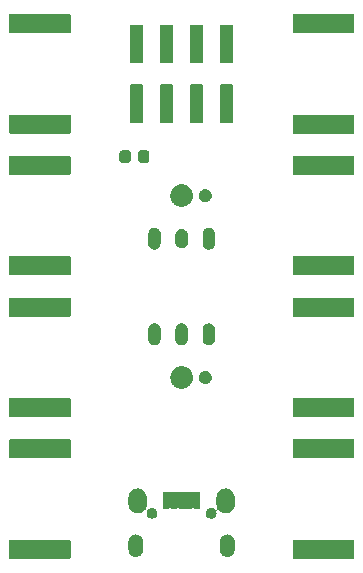
<source format=gbs>
G04 #@! TF.GenerationSoftware,KiCad,Pcbnew,6.0.0-unknown-70ca025~86~ubuntu16.04.1*
G04 #@! TF.CreationDate,2019-07-17T04:15:05+00:00*
G04 #@! TF.ProjectId,usb-type-c-breakout,7573622d-7479-4706-952d-632d62726561,rev?*
G04 #@! TF.SameCoordinates,Original*
G04 #@! TF.FileFunction,Soldermask,Bot*
G04 #@! TF.FilePolarity,Negative*
%FSLAX46Y46*%
G04 Gerber Fmt 4.6, Leading zero omitted, Abs format (unit mm)*
G04 Created by KiCad (PCBNEW 6.0.0-unknown-70ca025~86~ubuntu16.04.1) date 2019-07-17 04:15:05*
%MOMM*%
%LPD*%
G04 APERTURE LIST*
%ADD10C,0.100000*%
G04 APERTURE END LIST*
D10*
G36*
X114559899Y-121451959D02*
G01*
X114576769Y-121463231D01*
X114588041Y-121480101D01*
X114594448Y-121512312D01*
X114594448Y-122987688D01*
X114591999Y-123000000D01*
X114588041Y-123019899D01*
X114576769Y-123036769D01*
X114559899Y-123048041D01*
X114540000Y-123051999D01*
X114527688Y-123054448D01*
X109472312Y-123054448D01*
X109440101Y-123048041D01*
X109423231Y-123036769D01*
X109411959Y-123019899D01*
X109405552Y-122987688D01*
X109405552Y-121512312D01*
X109411959Y-121480101D01*
X109423231Y-121463231D01*
X109440101Y-121451959D01*
X109472312Y-121445552D01*
X114527688Y-121445552D01*
X114559899Y-121451959D01*
X114559899Y-121451959D01*
G37*
G36*
X90559899Y-121451959D02*
G01*
X90576769Y-121463231D01*
X90588041Y-121480101D01*
X90594448Y-121512312D01*
X90594448Y-122987688D01*
X90591999Y-123000000D01*
X90588041Y-123019899D01*
X90576769Y-123036769D01*
X90559899Y-123048041D01*
X90540000Y-123051999D01*
X90527688Y-123054448D01*
X85472312Y-123054448D01*
X85440101Y-123048041D01*
X85423231Y-123036769D01*
X85411959Y-123019899D01*
X85405552Y-122987688D01*
X85405552Y-121512312D01*
X85411959Y-121480101D01*
X85423231Y-121463231D01*
X85440101Y-121451959D01*
X85472312Y-121445552D01*
X90527688Y-121445552D01*
X90559899Y-121451959D01*
X90559899Y-121451959D01*
G37*
G36*
X96203147Y-121002620D02*
G01*
X96236612Y-121004696D01*
X96275034Y-121016333D01*
X96319982Y-121024907D01*
X96350030Y-121039047D01*
X96376317Y-121047008D01*
X96416290Y-121070226D01*
X96463093Y-121092250D01*
X96484038Y-121109577D01*
X96502545Y-121120327D01*
X96540539Y-121156319D01*
X96584961Y-121193068D01*
X96597389Y-121210173D01*
X96608517Y-121220715D01*
X96640588Y-121269632D01*
X96677928Y-121321025D01*
X96683485Y-121335059D01*
X96688555Y-121342793D01*
X96710684Y-121403758D01*
X96736152Y-121468083D01*
X96737283Y-121477038D01*
X96738361Y-121480007D01*
X96746769Y-121552126D01*
X96751000Y-121585618D01*
X96751000Y-122301080D01*
X96723040Y-122447652D01*
X96713945Y-122498200D01*
X96713071Y-122499912D01*
X96711666Y-122507277D01*
X96678573Y-122567473D01*
X96649352Y-122624699D01*
X96643006Y-122632169D01*
X96635469Y-122645878D01*
X96592335Y-122691812D01*
X96554838Y-122735947D01*
X96542054Y-122745355D01*
X96527198Y-122761175D01*
X96478955Y-122791791D01*
X96437269Y-122822468D01*
X96417074Y-122831061D01*
X96393655Y-122845923D01*
X96344967Y-122861743D01*
X96302946Y-122879623D01*
X96275337Y-122884367D01*
X96243232Y-122894799D01*
X96198112Y-122897638D01*
X96159085Y-122904344D01*
X96125066Y-122902233D01*
X96085381Y-122904730D01*
X96046853Y-122897380D01*
X96013388Y-122895304D01*
X95974966Y-122883667D01*
X95930018Y-122875093D01*
X95899970Y-122860953D01*
X95873683Y-122852992D01*
X95833712Y-122829775D01*
X95786907Y-122807750D01*
X95765959Y-122790420D01*
X95747458Y-122779674D01*
X95709480Y-122743697D01*
X95665039Y-122706932D01*
X95652605Y-122689818D01*
X95641482Y-122679281D01*
X95609420Y-122630380D01*
X95572072Y-122578974D01*
X95566515Y-122564940D01*
X95561445Y-122557206D01*
X95539316Y-122496241D01*
X95513848Y-122431916D01*
X95512717Y-122422961D01*
X95511639Y-122419992D01*
X95503231Y-122347873D01*
X95499000Y-122314381D01*
X95499000Y-121598920D01*
X95526958Y-121452360D01*
X95536055Y-121401799D01*
X95536929Y-121400087D01*
X95538334Y-121392723D01*
X95571422Y-121332537D01*
X95600649Y-121275300D01*
X95606997Y-121267828D01*
X95614532Y-121254122D01*
X95657652Y-121208203D01*
X95695159Y-121164055D01*
X95707947Y-121154644D01*
X95722802Y-121138825D01*
X95771044Y-121108210D01*
X95812731Y-121077532D01*
X95832926Y-121068939D01*
X95856345Y-121054077D01*
X95905033Y-121038257D01*
X95947054Y-121020377D01*
X95974663Y-121015633D01*
X96006768Y-121005201D01*
X96051888Y-121002362D01*
X96090915Y-120995656D01*
X96124934Y-120997767D01*
X96164619Y-120995270D01*
X96203147Y-121002620D01*
X96203147Y-121002620D01*
G37*
G36*
X103953147Y-121002620D02*
G01*
X103986612Y-121004696D01*
X104025034Y-121016333D01*
X104069982Y-121024907D01*
X104100030Y-121039047D01*
X104126317Y-121047008D01*
X104166290Y-121070226D01*
X104213093Y-121092250D01*
X104234038Y-121109577D01*
X104252545Y-121120327D01*
X104290539Y-121156319D01*
X104334961Y-121193068D01*
X104347389Y-121210173D01*
X104358517Y-121220715D01*
X104390588Y-121269632D01*
X104427928Y-121321025D01*
X104433485Y-121335059D01*
X104438555Y-121342793D01*
X104460684Y-121403758D01*
X104486152Y-121468083D01*
X104487283Y-121477038D01*
X104488361Y-121480007D01*
X104496769Y-121552126D01*
X104501000Y-121585618D01*
X104501000Y-122301080D01*
X104473040Y-122447652D01*
X104463945Y-122498200D01*
X104463071Y-122499912D01*
X104461666Y-122507277D01*
X104428573Y-122567473D01*
X104399352Y-122624699D01*
X104393006Y-122632169D01*
X104385469Y-122645878D01*
X104342335Y-122691812D01*
X104304838Y-122735947D01*
X104292054Y-122745355D01*
X104277198Y-122761175D01*
X104228955Y-122791791D01*
X104187269Y-122822468D01*
X104167074Y-122831061D01*
X104143655Y-122845923D01*
X104094967Y-122861743D01*
X104052946Y-122879623D01*
X104025337Y-122884367D01*
X103993232Y-122894799D01*
X103948112Y-122897638D01*
X103909085Y-122904344D01*
X103875066Y-122902233D01*
X103835381Y-122904730D01*
X103796853Y-122897380D01*
X103763388Y-122895304D01*
X103724966Y-122883667D01*
X103680018Y-122875093D01*
X103649970Y-122860953D01*
X103623683Y-122852992D01*
X103583712Y-122829775D01*
X103536907Y-122807750D01*
X103515959Y-122790420D01*
X103497458Y-122779674D01*
X103459480Y-122743697D01*
X103415039Y-122706932D01*
X103402605Y-122689818D01*
X103391482Y-122679281D01*
X103359420Y-122630380D01*
X103322072Y-122578974D01*
X103316515Y-122564940D01*
X103311445Y-122557206D01*
X103289316Y-122496241D01*
X103263848Y-122431916D01*
X103262717Y-122422961D01*
X103261639Y-122419992D01*
X103253231Y-122347873D01*
X103249000Y-122314381D01*
X103249000Y-121598920D01*
X103276958Y-121452360D01*
X103286055Y-121401799D01*
X103286929Y-121400087D01*
X103288334Y-121392723D01*
X103321422Y-121332537D01*
X103350649Y-121275300D01*
X103356997Y-121267828D01*
X103364532Y-121254122D01*
X103407652Y-121208203D01*
X103445159Y-121164055D01*
X103457947Y-121154644D01*
X103472802Y-121138825D01*
X103521044Y-121108210D01*
X103562731Y-121077532D01*
X103582926Y-121068939D01*
X103606345Y-121054077D01*
X103655033Y-121038257D01*
X103697054Y-121020377D01*
X103724663Y-121015633D01*
X103756768Y-121005201D01*
X103801888Y-121002362D01*
X103840915Y-120995656D01*
X103874934Y-120997767D01*
X103914619Y-120995270D01*
X103953147Y-121002620D01*
X103953147Y-121002620D01*
G37*
G36*
X96321478Y-117099001D02*
G01*
X96356563Y-117099001D01*
X96401395Y-117108530D01*
X96453321Y-117114722D01*
X96487080Y-117126743D01*
X96516116Y-117132915D01*
X96562871Y-117153731D01*
X96617328Y-117173123D01*
X96642959Y-117189389D01*
X96665137Y-117199263D01*
X96710826Y-117232459D01*
X96764321Y-117266407D01*
X96781856Y-117284065D01*
X96797105Y-117295144D01*
X96838385Y-117340990D01*
X96886994Y-117389939D01*
X96897276Y-117406394D01*
X96906255Y-117416366D01*
X96939639Y-117474190D01*
X96979250Y-117537580D01*
X96983828Y-117550727D01*
X96987816Y-117557634D01*
X97009862Y-117625487D01*
X97036504Y-117701991D01*
X97037445Y-117710378D01*
X97038223Y-117712773D01*
X97045806Y-117784920D01*
X97051000Y-117831226D01*
X97051000Y-118466176D01*
X97050544Y-118469997D01*
X97038223Y-118587227D01*
X97035605Y-118595286D01*
X97034014Y-118608625D01*
X97008445Y-118678875D01*
X96990080Y-118735397D01*
X96988069Y-118805801D01*
X97024440Y-118866116D01*
X97087646Y-118897192D01*
X97185055Y-118873193D01*
X97208826Y-118854953D01*
X97243637Y-118822774D01*
X97262679Y-118813630D01*
X97272555Y-118806052D01*
X97315535Y-118788249D01*
X97365890Y-118764069D01*
X97378481Y-118762176D01*
X97382264Y-118760609D01*
X97435652Y-118753581D01*
X97466118Y-118749000D01*
X97529555Y-118749000D01*
X97617736Y-118760609D01*
X97675768Y-118784647D01*
X97700654Y-118790415D01*
X97717047Y-118801745D01*
X97727445Y-118806052D01*
X97765245Y-118835057D01*
X97812218Y-118867522D01*
X97819358Y-118876579D01*
X97821657Y-118878343D01*
X97854817Y-118921558D01*
X97896178Y-118974024D01*
X97919119Y-119033323D01*
X97939391Y-119082264D01*
X97940081Y-119087508D01*
X97945110Y-119100506D01*
X97948970Y-119155025D01*
X97954891Y-119200000D01*
X97953111Y-119213517D01*
X97954688Y-119235785D01*
X97944253Y-119280802D01*
X97939391Y-119317736D01*
X97930993Y-119338011D01*
X97924065Y-119367899D01*
X97905060Y-119400619D01*
X97893948Y-119427446D01*
X97875555Y-119451416D01*
X97855950Y-119485169D01*
X97834296Y-119505186D01*
X97821657Y-119521657D01*
X97791173Y-119545048D01*
X97756363Y-119577226D01*
X97737321Y-119586370D01*
X97727445Y-119593948D01*
X97684465Y-119611751D01*
X97634110Y-119635931D01*
X97621519Y-119637824D01*
X97617736Y-119639391D01*
X97564348Y-119646419D01*
X97533882Y-119651000D01*
X97470445Y-119651000D01*
X97382264Y-119639391D01*
X97324232Y-119615353D01*
X97299346Y-119609585D01*
X97282953Y-119598255D01*
X97272555Y-119593948D01*
X97234755Y-119564943D01*
X97187782Y-119532478D01*
X97180642Y-119523421D01*
X97178343Y-119521657D01*
X97145183Y-119478442D01*
X97103822Y-119425976D01*
X97080881Y-119366677D01*
X97060609Y-119317736D01*
X97059919Y-119312492D01*
X97054890Y-119299494D01*
X97051030Y-119244975D01*
X97045109Y-119200000D01*
X97046889Y-119186483D01*
X97045312Y-119164215D01*
X97055747Y-119119198D01*
X97060609Y-119082264D01*
X97066100Y-119069008D01*
X97073629Y-118998979D01*
X97042102Y-118935997D01*
X96981529Y-118900057D01*
X96911142Y-118902571D01*
X96866957Y-118931489D01*
X96834895Y-118962886D01*
X96797106Y-119004855D01*
X96777465Y-119019125D01*
X96755775Y-119040365D01*
X96706537Y-119070657D01*
X96665134Y-119100737D01*
X96638016Y-119112811D01*
X96607494Y-119131588D01*
X96557992Y-119148440D01*
X96516115Y-119167085D01*
X96481794Y-119174380D01*
X96442688Y-119187693D01*
X96396149Y-119192584D01*
X96356562Y-119200999D01*
X96316092Y-119200999D01*
X96269548Y-119205891D01*
X96228522Y-119200999D01*
X96193437Y-119200999D01*
X96148605Y-119191470D01*
X96096679Y-119185278D01*
X96062920Y-119173257D01*
X96033884Y-119167085D01*
X95987129Y-119146269D01*
X95932672Y-119126877D01*
X95907041Y-119110611D01*
X95884863Y-119100737D01*
X95839174Y-119067541D01*
X95785679Y-119033593D01*
X95768144Y-119015935D01*
X95752895Y-119004856D01*
X95711612Y-118959007D01*
X95663006Y-118910060D01*
X95652724Y-118893605D01*
X95643744Y-118883632D01*
X95610353Y-118825798D01*
X95570750Y-118762419D01*
X95566173Y-118749275D01*
X95562185Y-118742368D01*
X95540138Y-118674513D01*
X95513496Y-118598008D01*
X95512555Y-118589621D01*
X95511777Y-118587226D01*
X95504194Y-118515079D01*
X95499000Y-118468773D01*
X95499000Y-117833824D01*
X95499456Y-117830003D01*
X95511777Y-117712773D01*
X95514395Y-117704714D01*
X95515986Y-117691375D01*
X95541553Y-117621131D01*
X95562184Y-117557634D01*
X95568894Y-117546012D01*
X95575530Y-117527780D01*
X95612897Y-117469799D01*
X95643746Y-117416367D01*
X95656359Y-117402359D01*
X95669839Y-117381442D01*
X95715110Y-117337110D01*
X95752898Y-117295142D01*
X95772536Y-117280874D01*
X95794225Y-117259635D01*
X95843456Y-117229348D01*
X95884863Y-117199264D01*
X95911986Y-117187188D01*
X95942506Y-117168412D01*
X95992007Y-117151560D01*
X96033885Y-117132915D01*
X96068206Y-117125620D01*
X96107312Y-117112307D01*
X96153851Y-117107416D01*
X96193438Y-117099001D01*
X96233908Y-117099001D01*
X96280452Y-117094109D01*
X96321478Y-117099001D01*
X96321478Y-117099001D01*
G37*
G36*
X103771478Y-117099001D02*
G01*
X103806563Y-117099001D01*
X103851395Y-117108530D01*
X103903321Y-117114722D01*
X103937080Y-117126743D01*
X103966116Y-117132915D01*
X104012871Y-117153731D01*
X104067328Y-117173123D01*
X104092959Y-117189389D01*
X104115137Y-117199263D01*
X104160826Y-117232459D01*
X104214321Y-117266407D01*
X104231856Y-117284065D01*
X104247105Y-117295144D01*
X104288385Y-117340990D01*
X104336994Y-117389939D01*
X104347276Y-117406394D01*
X104356255Y-117416366D01*
X104389639Y-117474190D01*
X104429250Y-117537580D01*
X104433828Y-117550727D01*
X104437816Y-117557634D01*
X104459862Y-117625487D01*
X104486504Y-117701991D01*
X104487445Y-117710378D01*
X104488223Y-117712773D01*
X104495806Y-117784920D01*
X104501000Y-117831226D01*
X104501000Y-118466176D01*
X104500544Y-118469997D01*
X104488223Y-118587227D01*
X104485605Y-118595286D01*
X104484014Y-118608625D01*
X104458447Y-118678869D01*
X104437816Y-118742366D01*
X104431106Y-118753989D01*
X104424470Y-118772220D01*
X104387109Y-118830193D01*
X104356255Y-118883634D01*
X104343640Y-118897644D01*
X104330162Y-118918558D01*
X104284898Y-118962883D01*
X104247106Y-119004855D01*
X104227465Y-119019125D01*
X104205775Y-119040365D01*
X104156537Y-119070657D01*
X104115134Y-119100737D01*
X104088016Y-119112811D01*
X104057494Y-119131588D01*
X104007992Y-119148440D01*
X103966115Y-119167085D01*
X103931794Y-119174380D01*
X103892688Y-119187693D01*
X103846149Y-119192584D01*
X103806562Y-119200999D01*
X103766092Y-119200999D01*
X103719548Y-119205891D01*
X103678522Y-119200999D01*
X103643437Y-119200999D01*
X103598605Y-119191470D01*
X103546679Y-119185278D01*
X103512920Y-119173257D01*
X103483884Y-119167085D01*
X103437129Y-119146269D01*
X103382672Y-119126877D01*
X103357041Y-119110611D01*
X103334863Y-119100737D01*
X103289174Y-119067541D01*
X103235679Y-119033593D01*
X103218144Y-119015935D01*
X103202895Y-119004856D01*
X103161612Y-118959007D01*
X103137152Y-118934375D01*
X103082310Y-118900588D01*
X103011890Y-118901930D01*
X102953374Y-118941130D01*
X102925341Y-119005743D01*
X102933900Y-119069008D01*
X102939391Y-119082264D01*
X102940081Y-119087508D01*
X102945110Y-119100506D01*
X102948970Y-119155025D01*
X102954891Y-119200000D01*
X102953111Y-119213517D01*
X102954688Y-119235785D01*
X102944253Y-119280802D01*
X102939391Y-119317736D01*
X102930993Y-119338011D01*
X102924065Y-119367899D01*
X102905060Y-119400619D01*
X102893948Y-119427446D01*
X102875555Y-119451416D01*
X102855950Y-119485169D01*
X102834296Y-119505186D01*
X102821657Y-119521657D01*
X102791173Y-119545048D01*
X102756363Y-119577226D01*
X102737321Y-119586370D01*
X102727445Y-119593948D01*
X102684465Y-119611751D01*
X102634110Y-119635931D01*
X102621519Y-119637824D01*
X102617736Y-119639391D01*
X102564348Y-119646419D01*
X102533882Y-119651000D01*
X102470445Y-119651000D01*
X102382264Y-119639391D01*
X102324232Y-119615353D01*
X102299346Y-119609585D01*
X102282953Y-119598255D01*
X102272555Y-119593948D01*
X102234755Y-119564943D01*
X102187782Y-119532478D01*
X102180642Y-119523421D01*
X102178343Y-119521657D01*
X102145183Y-119478442D01*
X102103822Y-119425976D01*
X102080881Y-119366677D01*
X102060609Y-119317736D01*
X102059919Y-119312492D01*
X102054890Y-119299494D01*
X102051030Y-119244975D01*
X102045109Y-119200000D01*
X102046889Y-119186483D01*
X102045312Y-119164215D01*
X102055747Y-119119198D01*
X102060609Y-119082264D01*
X102069007Y-119061989D01*
X102075935Y-119032101D01*
X102094940Y-118999381D01*
X102106052Y-118972554D01*
X102124445Y-118948584D01*
X102144050Y-118914831D01*
X102165704Y-118894814D01*
X102178343Y-118878343D01*
X102208827Y-118854952D01*
X102243637Y-118822774D01*
X102262679Y-118813630D01*
X102272555Y-118806052D01*
X102315535Y-118788249D01*
X102365890Y-118764069D01*
X102378481Y-118762176D01*
X102382264Y-118760609D01*
X102435652Y-118753581D01*
X102466118Y-118749000D01*
X102529555Y-118749000D01*
X102617736Y-118760609D01*
X102675768Y-118784647D01*
X102700654Y-118790415D01*
X102717047Y-118801745D01*
X102727445Y-118806052D01*
X102765239Y-118835053D01*
X102812218Y-118867522D01*
X102817454Y-118874163D01*
X102880638Y-118898591D01*
X102949635Y-118884439D01*
X103000027Y-118835232D01*
X103009920Y-118735399D01*
X102990128Y-118674485D01*
X102963496Y-118598008D01*
X102962556Y-118589624D01*
X102961777Y-118587228D01*
X102954193Y-118515067D01*
X102949000Y-118468773D01*
X102949000Y-117833824D01*
X102949456Y-117830003D01*
X102961777Y-117712773D01*
X102964395Y-117704714D01*
X102965986Y-117691375D01*
X102991553Y-117621131D01*
X103012184Y-117557634D01*
X103018894Y-117546012D01*
X103025530Y-117527780D01*
X103062897Y-117469799D01*
X103093746Y-117416367D01*
X103106359Y-117402359D01*
X103119839Y-117381442D01*
X103165110Y-117337110D01*
X103202898Y-117295142D01*
X103222536Y-117280874D01*
X103244225Y-117259635D01*
X103293456Y-117229348D01*
X103334863Y-117199264D01*
X103361986Y-117187188D01*
X103392506Y-117168412D01*
X103442007Y-117151560D01*
X103483885Y-117132915D01*
X103518206Y-117125620D01*
X103557312Y-117112307D01*
X103603851Y-117107416D01*
X103643438Y-117099001D01*
X103683908Y-117099001D01*
X103730452Y-117094109D01*
X103771478Y-117099001D01*
X103771478Y-117099001D01*
G37*
G36*
X98944900Y-117401959D02*
G01*
X98955555Y-117409079D01*
X99022770Y-117430125D01*
X99094445Y-117409079D01*
X99105100Y-117401959D01*
X99137312Y-117395552D01*
X99562688Y-117395552D01*
X99594900Y-117401959D01*
X99605555Y-117409079D01*
X99672770Y-117430125D01*
X99744445Y-117409079D01*
X99755100Y-117401959D01*
X99787312Y-117395552D01*
X100212688Y-117395552D01*
X100244900Y-117401959D01*
X100255555Y-117409079D01*
X100322770Y-117430125D01*
X100394445Y-117409079D01*
X100405100Y-117401959D01*
X100437312Y-117395552D01*
X100862688Y-117395552D01*
X100894900Y-117401959D01*
X100905555Y-117409079D01*
X100972770Y-117430125D01*
X101044445Y-117409079D01*
X101055100Y-117401959D01*
X101087312Y-117395552D01*
X101512688Y-117395552D01*
X101544899Y-117401959D01*
X101561769Y-117413231D01*
X101573041Y-117430101D01*
X101579448Y-117462312D01*
X101579448Y-118737688D01*
X101576999Y-118750000D01*
X101573041Y-118769899D01*
X101561769Y-118786769D01*
X101544899Y-118798041D01*
X101525000Y-118801999D01*
X101512688Y-118804448D01*
X101087312Y-118804448D01*
X101055100Y-118798041D01*
X101044445Y-118790921D01*
X100977230Y-118769875D01*
X100905555Y-118790921D01*
X100894900Y-118798041D01*
X100862688Y-118804448D01*
X100437312Y-118804448D01*
X100405100Y-118798041D01*
X100394445Y-118790921D01*
X100327230Y-118769875D01*
X100255555Y-118790921D01*
X100244900Y-118798041D01*
X100212688Y-118804448D01*
X99787312Y-118804448D01*
X99755100Y-118798041D01*
X99744445Y-118790921D01*
X99677230Y-118769875D01*
X99605555Y-118790921D01*
X99594900Y-118798041D01*
X99562688Y-118804448D01*
X99137312Y-118804448D01*
X99105100Y-118798041D01*
X99094445Y-118790921D01*
X99027230Y-118769875D01*
X98955555Y-118790921D01*
X98944900Y-118798041D01*
X98912688Y-118804448D01*
X98487312Y-118804448D01*
X98455101Y-118798041D01*
X98438231Y-118786769D01*
X98426959Y-118769899D01*
X98420552Y-118737688D01*
X98420552Y-117462312D01*
X98426959Y-117430101D01*
X98438231Y-117413231D01*
X98455101Y-117401959D01*
X98487312Y-117395552D01*
X98912688Y-117395552D01*
X98944900Y-117401959D01*
X98944900Y-117401959D01*
G37*
G36*
X90559899Y-112951959D02*
G01*
X90576769Y-112963231D01*
X90588041Y-112980101D01*
X90594448Y-113012312D01*
X90594448Y-114487688D01*
X90591999Y-114500000D01*
X90588041Y-114519899D01*
X90576769Y-114536769D01*
X90559899Y-114548041D01*
X90540000Y-114551999D01*
X90527688Y-114554448D01*
X85472312Y-114554448D01*
X85440101Y-114548041D01*
X85423231Y-114536769D01*
X85411959Y-114519899D01*
X85405552Y-114487688D01*
X85405552Y-113012312D01*
X85411959Y-112980101D01*
X85423231Y-112963231D01*
X85440101Y-112951959D01*
X85472312Y-112945552D01*
X90527688Y-112945552D01*
X90559899Y-112951959D01*
X90559899Y-112951959D01*
G37*
G36*
X114559899Y-112951959D02*
G01*
X114576769Y-112963231D01*
X114588041Y-112980101D01*
X114594448Y-113012312D01*
X114594448Y-114487688D01*
X114591999Y-114500000D01*
X114588041Y-114519899D01*
X114576769Y-114536769D01*
X114559899Y-114548041D01*
X114540000Y-114551999D01*
X114527688Y-114554448D01*
X109472312Y-114554448D01*
X109440101Y-114548041D01*
X109423231Y-114536769D01*
X109411959Y-114519899D01*
X109405552Y-114487688D01*
X109405552Y-113012312D01*
X109411959Y-112980101D01*
X109423231Y-112963231D01*
X109440101Y-112951959D01*
X109472312Y-112945552D01*
X114527688Y-112945552D01*
X114559899Y-112951959D01*
X114559899Y-112951959D01*
G37*
G36*
X90559899Y-109451959D02*
G01*
X90576769Y-109463231D01*
X90588041Y-109480101D01*
X90594448Y-109512312D01*
X90594448Y-110987688D01*
X90591999Y-111000000D01*
X90588041Y-111019899D01*
X90576769Y-111036769D01*
X90559899Y-111048041D01*
X90540000Y-111051999D01*
X90527688Y-111054448D01*
X85472312Y-111054448D01*
X85440101Y-111048041D01*
X85423231Y-111036769D01*
X85411959Y-111019899D01*
X85405552Y-110987688D01*
X85405552Y-109512312D01*
X85411959Y-109480101D01*
X85423231Y-109463231D01*
X85440101Y-109451959D01*
X85472312Y-109445552D01*
X90527688Y-109445552D01*
X90559899Y-109451959D01*
X90559899Y-109451959D01*
G37*
G36*
X114559899Y-109451959D02*
G01*
X114576769Y-109463231D01*
X114588041Y-109480101D01*
X114594448Y-109512312D01*
X114594448Y-110987688D01*
X114591999Y-111000000D01*
X114588041Y-111019899D01*
X114576769Y-111036769D01*
X114559899Y-111048041D01*
X114540000Y-111051999D01*
X114527688Y-111054448D01*
X109472312Y-111054448D01*
X109440101Y-111048041D01*
X109423231Y-111036769D01*
X109411959Y-111019899D01*
X109405552Y-110987688D01*
X109405552Y-109512312D01*
X109411959Y-109480101D01*
X109423231Y-109463231D01*
X109440101Y-109451959D01*
X109472312Y-109445552D01*
X114527688Y-109445552D01*
X114559899Y-109451959D01*
X114559899Y-109451959D01*
G37*
G36*
X100096675Y-106752627D02*
G01*
X100137905Y-106754680D01*
X100186080Y-106766468D01*
X100240954Y-106774963D01*
X100279728Y-106789383D01*
X100314176Y-106797812D01*
X100364544Y-106820925D01*
X100422037Y-106842307D01*
X100452173Y-106861138D01*
X100479107Y-106873498D01*
X100528922Y-106909097D01*
X100585880Y-106944688D01*
X100607387Y-106965168D01*
X100626749Y-106979005D01*
X100672931Y-107027585D01*
X100725790Y-107077922D01*
X100739404Y-107097511D01*
X100751782Y-107110531D01*
X100791083Y-107171866D01*
X100836052Y-107236569D01*
X100843145Y-107253119D01*
X100849683Y-107263322D01*
X100878818Y-107336349D01*
X100912162Y-107414146D01*
X100914606Y-107426051D01*
X100916928Y-107431872D01*
X100932813Y-107514748D01*
X100951010Y-107603400D01*
X100950988Y-107609580D01*
X100951056Y-107609932D01*
X100950404Y-107796704D01*
X100950335Y-107797053D01*
X100950313Y-107803237D01*
X100931491Y-107891785D01*
X100915034Y-107974522D01*
X100912671Y-107980327D01*
X100910144Y-107992215D01*
X100876246Y-108069806D01*
X100846613Y-108142599D01*
X100840009Y-108152748D01*
X100832797Y-108169257D01*
X100787357Y-108233672D01*
X100747645Y-108294707D01*
X100735180Y-108307637D01*
X100721430Y-108327129D01*
X100668221Y-108377096D01*
X100621704Y-108425349D01*
X100602248Y-108439048D01*
X100580593Y-108459384D01*
X100523380Y-108494582D01*
X100473323Y-108529828D01*
X100446302Y-108542000D01*
X100416039Y-108560618D01*
X100358399Y-108581597D01*
X100307868Y-108604360D01*
X100273362Y-108612549D01*
X100234490Y-108626697D01*
X100179568Y-108634807D01*
X100131307Y-108646260D01*
X100090057Y-108648025D01*
X100043363Y-108654920D01*
X99993741Y-108652146D01*
X99950000Y-108654017D01*
X99903403Y-108647095D01*
X99850464Y-108644135D01*
X99808057Y-108632931D01*
X99770504Y-108627352D01*
X99720566Y-108609815D01*
X99663673Y-108594783D01*
X99629600Y-108577869D01*
X99599288Y-108567224D01*
X99548557Y-108537639D01*
X99490621Y-108508879D01*
X99465245Y-108489053D01*
X99442528Y-108475805D01*
X99393930Y-108433335D01*
X99338378Y-108389933D01*
X99321292Y-108369857D01*
X99305884Y-108356392D01*
X99262628Y-108300928D01*
X99213161Y-108242804D01*
X99203277Y-108224825D01*
X99194285Y-108213295D01*
X99159661Y-108145488D01*
X99120086Y-108073501D01*
X99115749Y-108059492D01*
X99111760Y-108051679D01*
X99088983Y-107973022D01*
X99062955Y-107888941D01*
X99062095Y-107880173D01*
X99061285Y-107877375D01*
X99053295Y-107790423D01*
X99044102Y-107696663D01*
X99053949Y-107602976D01*
X99062546Y-107516079D01*
X99063376Y-107513287D01*
X99064297Y-107504521D01*
X99090920Y-107420594D01*
X99114237Y-107342129D01*
X99118280Y-107334346D01*
X99122715Y-107320365D01*
X99162811Y-107248621D01*
X99197891Y-107181090D01*
X99206956Y-107169632D01*
X99216969Y-107151716D01*
X99266849Y-107093930D01*
X99310484Y-107038776D01*
X99325984Y-107025420D01*
X99343210Y-107005464D01*
X99399069Y-106962447D01*
X99447959Y-106920321D01*
X99470768Y-106907232D01*
X99496281Y-106887584D01*
X99554401Y-106859237D01*
X99605350Y-106829999D01*
X99635746Y-106819562D01*
X99669928Y-106802891D01*
X99726921Y-106788258D01*
X99776983Y-106771069D01*
X99814572Y-106765753D01*
X99857059Y-106754844D01*
X99910020Y-106752254D01*
X99956663Y-106745657D01*
X100000388Y-106747834D01*
X100050028Y-106745406D01*
X100096675Y-106752627D01*
X100096675Y-106752627D01*
G37*
G36*
X102017381Y-107146783D02*
G01*
X102040734Y-107145314D01*
X102091992Y-107156209D01*
X102135218Y-107161670D01*
X102156974Y-107170021D01*
X102188399Y-107176701D01*
X102227154Y-107196961D01*
X102259724Y-107209464D01*
X102285993Y-107227721D01*
X102322185Y-107246642D01*
X102347727Y-107270628D01*
X102369239Y-107285579D01*
X102396135Y-107316086D01*
X102432233Y-107349985D01*
X102445865Y-107372493D01*
X102457433Y-107385615D01*
X102480289Y-107429334D01*
X102510437Y-107479114D01*
X102515164Y-107496043D01*
X102519220Y-107503802D01*
X102533047Y-107560095D01*
X102551034Y-107624518D01*
X102549333Y-107787006D01*
X102529987Y-107851082D01*
X102514997Y-107907026D01*
X102510781Y-107914695D01*
X102505699Y-107931527D01*
X102474508Y-107980676D01*
X102450747Y-108023898D01*
X102438908Y-108036772D01*
X102424808Y-108058991D01*
X102388006Y-108092128D01*
X102360478Y-108122064D01*
X102338657Y-108136562D01*
X102312620Y-108160006D01*
X102276045Y-108178162D01*
X102249394Y-108195869D01*
X102216565Y-108207688D01*
X102177399Y-108227130D01*
X102145839Y-108233150D01*
X102123916Y-108241043D01*
X102080593Y-108245597D01*
X102029108Y-108255418D01*
X102005787Y-108253460D01*
X101991284Y-108254984D01*
X101939548Y-108247897D01*
X101878673Y-108242785D01*
X101864937Y-108237677D01*
X101859150Y-108236884D01*
X101802595Y-108214492D01*
X101737177Y-108190163D01*
X101678252Y-108147352D01*
X101626441Y-108110532D01*
X101624537Y-108108326D01*
X101615044Y-108101429D01*
X101575302Y-108051287D01*
X101539300Y-108009579D01*
X101534001Y-107999179D01*
X101521272Y-107983119D01*
X101499838Y-107932129D01*
X101478754Y-107890749D01*
X101474096Y-107870892D01*
X101462771Y-107843950D01*
X101456928Y-107797696D01*
X101448299Y-107760909D01*
X101448604Y-107731808D01*
X101443850Y-107694176D01*
X101449392Y-107656647D01*
X101449697Y-107627552D01*
X101459092Y-107590961D01*
X101465904Y-107544831D01*
X101477791Y-107518132D01*
X101482864Y-107498375D01*
X101504815Y-107457436D01*
X101527307Y-107406918D01*
X101540366Y-107391132D01*
X101545883Y-107380843D01*
X101582753Y-107339895D01*
X101623535Y-107290598D01*
X101633171Y-107283901D01*
X101635122Y-107281734D01*
X101687700Y-107246002D01*
X101747500Y-107204440D01*
X101813435Y-107181479D01*
X101870424Y-107160285D01*
X101876223Y-107159614D01*
X101890067Y-107154793D01*
X101951037Y-107150957D01*
X102002909Y-107144955D01*
X102017381Y-107146783D01*
X102017381Y-107146783D01*
G37*
G36*
X97703001Y-103122771D02*
G01*
X97733288Y-103120866D01*
X97768486Y-103127580D01*
X97810389Y-103130657D01*
X97839430Y-103141113D01*
X97863836Y-103145768D01*
X97901211Y-103163355D01*
X97945984Y-103179475D01*
X97966598Y-103194125D01*
X97984082Y-103202352D01*
X98020077Y-103232130D01*
X98063457Y-103262958D01*
X98075867Y-103278283D01*
X98086486Y-103287068D01*
X98117080Y-103329177D01*
X98154151Y-103374956D01*
X98159764Y-103387926D01*
X98164601Y-103394584D01*
X98185642Y-103447726D01*
X98211386Y-103507218D01*
X98212544Y-103515675D01*
X98213524Y-103518149D01*
X98221119Y-103578272D01*
X98226000Y-103613901D01*
X98226000Y-104473264D01*
X98211197Y-104542907D01*
X98191019Y-104648683D01*
X98187260Y-104655521D01*
X98185042Y-104665955D01*
X98153997Y-104716025D01*
X98128924Y-104761633D01*
X98119491Y-104771678D01*
X98109100Y-104788437D01*
X98069928Y-104824458D01*
X98037950Y-104858511D01*
X98021638Y-104868863D01*
X98003018Y-104885985D01*
X97960608Y-104907594D01*
X97925740Y-104929722D01*
X97902111Y-104937399D01*
X97874610Y-104951412D01*
X97833430Y-104959715D01*
X97799345Y-104970790D01*
X97769053Y-104972696D01*
X97733338Y-104979897D01*
X97696999Y-104977229D01*
X97666712Y-104979134D01*
X97631514Y-104972420D01*
X97589611Y-104969343D01*
X97560570Y-104958887D01*
X97536164Y-104954232D01*
X97498789Y-104936645D01*
X97454016Y-104920525D01*
X97433402Y-104905875D01*
X97415918Y-104897648D01*
X97379921Y-104867869D01*
X97336544Y-104837042D01*
X97324134Y-104821717D01*
X97313515Y-104812932D01*
X97282921Y-104770823D01*
X97245850Y-104725044D01*
X97240237Y-104712074D01*
X97235400Y-104705416D01*
X97214359Y-104652274D01*
X97188615Y-104592782D01*
X97187456Y-104584325D01*
X97186477Y-104581851D01*
X97178884Y-104521747D01*
X97174000Y-104486099D01*
X97174000Y-103626737D01*
X97188803Y-103557094D01*
X97208981Y-103451318D01*
X97212740Y-103444480D01*
X97214958Y-103434046D01*
X97246000Y-103383980D01*
X97271074Y-103338370D01*
X97280508Y-103328324D01*
X97290900Y-103311563D01*
X97330080Y-103275535D01*
X97362053Y-103241487D01*
X97378362Y-103231137D01*
X97396982Y-103214015D01*
X97439391Y-103192406D01*
X97474260Y-103170278D01*
X97497889Y-103162601D01*
X97525390Y-103148588D01*
X97566570Y-103140285D01*
X97600655Y-103129210D01*
X97630947Y-103127304D01*
X97666662Y-103120103D01*
X97703001Y-103122771D01*
X97703001Y-103122771D01*
G37*
G36*
X102303001Y-103122771D02*
G01*
X102333288Y-103120866D01*
X102368486Y-103127580D01*
X102410389Y-103130657D01*
X102439430Y-103141113D01*
X102463836Y-103145768D01*
X102501211Y-103163355D01*
X102545984Y-103179475D01*
X102566598Y-103194125D01*
X102584082Y-103202352D01*
X102620077Y-103232130D01*
X102663457Y-103262958D01*
X102675867Y-103278283D01*
X102686486Y-103287068D01*
X102717080Y-103329177D01*
X102754151Y-103374956D01*
X102759764Y-103387926D01*
X102764601Y-103394584D01*
X102785642Y-103447726D01*
X102811386Y-103507218D01*
X102812544Y-103515675D01*
X102813524Y-103518149D01*
X102821119Y-103578272D01*
X102826000Y-103613901D01*
X102826000Y-104473264D01*
X102811197Y-104542907D01*
X102791019Y-104648683D01*
X102787260Y-104655521D01*
X102785042Y-104665955D01*
X102753997Y-104716025D01*
X102728924Y-104761633D01*
X102719491Y-104771678D01*
X102709100Y-104788437D01*
X102669928Y-104824458D01*
X102637950Y-104858511D01*
X102621638Y-104868863D01*
X102603018Y-104885985D01*
X102560608Y-104907594D01*
X102525740Y-104929722D01*
X102502111Y-104937399D01*
X102474610Y-104951412D01*
X102433430Y-104959715D01*
X102399345Y-104970790D01*
X102369053Y-104972696D01*
X102333338Y-104979897D01*
X102296999Y-104977229D01*
X102266712Y-104979134D01*
X102231514Y-104972420D01*
X102189611Y-104969343D01*
X102160570Y-104958887D01*
X102136164Y-104954232D01*
X102098789Y-104936645D01*
X102054016Y-104920525D01*
X102033402Y-104905875D01*
X102015918Y-104897648D01*
X101979921Y-104867869D01*
X101936544Y-104837042D01*
X101924134Y-104821717D01*
X101913515Y-104812932D01*
X101882921Y-104770823D01*
X101845850Y-104725044D01*
X101840237Y-104712074D01*
X101835400Y-104705416D01*
X101814359Y-104652274D01*
X101788615Y-104592782D01*
X101787456Y-104584325D01*
X101786477Y-104581851D01*
X101778884Y-104521747D01*
X101774000Y-104486099D01*
X101774000Y-103626737D01*
X101788803Y-103557094D01*
X101808981Y-103451318D01*
X101812740Y-103444480D01*
X101814958Y-103434046D01*
X101846000Y-103383980D01*
X101871074Y-103338370D01*
X101880508Y-103328324D01*
X101890900Y-103311563D01*
X101930080Y-103275535D01*
X101962053Y-103241487D01*
X101978362Y-103231137D01*
X101996982Y-103214015D01*
X102039391Y-103192406D01*
X102074260Y-103170278D01*
X102097889Y-103162601D01*
X102125390Y-103148588D01*
X102166570Y-103140285D01*
X102200655Y-103129210D01*
X102230947Y-103127304D01*
X102266662Y-103120103D01*
X102303001Y-103122771D01*
X102303001Y-103122771D01*
G37*
G36*
X100003001Y-103122771D02*
G01*
X100033288Y-103120866D01*
X100068486Y-103127580D01*
X100110389Y-103130657D01*
X100139430Y-103141113D01*
X100163836Y-103145768D01*
X100201211Y-103163355D01*
X100245984Y-103179475D01*
X100266598Y-103194125D01*
X100284082Y-103202352D01*
X100320077Y-103232130D01*
X100363457Y-103262958D01*
X100375867Y-103278283D01*
X100386486Y-103287068D01*
X100417080Y-103329177D01*
X100454151Y-103374956D01*
X100459764Y-103387926D01*
X100464601Y-103394584D01*
X100485642Y-103447726D01*
X100511386Y-103507218D01*
X100512544Y-103515675D01*
X100513524Y-103518149D01*
X100521119Y-103578272D01*
X100526000Y-103613901D01*
X100526000Y-104473264D01*
X100511197Y-104542907D01*
X100491019Y-104648683D01*
X100487260Y-104655521D01*
X100485042Y-104665955D01*
X100453997Y-104716025D01*
X100428924Y-104761633D01*
X100419491Y-104771678D01*
X100409100Y-104788437D01*
X100369928Y-104824458D01*
X100337950Y-104858511D01*
X100321638Y-104868863D01*
X100303018Y-104885985D01*
X100260608Y-104907594D01*
X100225740Y-104929722D01*
X100202111Y-104937399D01*
X100174610Y-104951412D01*
X100133430Y-104959715D01*
X100099345Y-104970790D01*
X100069053Y-104972696D01*
X100033338Y-104979897D01*
X99996999Y-104977229D01*
X99966712Y-104979134D01*
X99931514Y-104972420D01*
X99889611Y-104969343D01*
X99860570Y-104958887D01*
X99836164Y-104954232D01*
X99798789Y-104936645D01*
X99754016Y-104920525D01*
X99733402Y-104905875D01*
X99715918Y-104897648D01*
X99679921Y-104867869D01*
X99636544Y-104837042D01*
X99624134Y-104821717D01*
X99613515Y-104812932D01*
X99582921Y-104770823D01*
X99545850Y-104725044D01*
X99540237Y-104712074D01*
X99535400Y-104705416D01*
X99514359Y-104652274D01*
X99488615Y-104592782D01*
X99487456Y-104584325D01*
X99486477Y-104581851D01*
X99478884Y-104521747D01*
X99474000Y-104486099D01*
X99474000Y-103626737D01*
X99488803Y-103557094D01*
X99508981Y-103451318D01*
X99512740Y-103444480D01*
X99514958Y-103434046D01*
X99546000Y-103383980D01*
X99571074Y-103338370D01*
X99580508Y-103328324D01*
X99590900Y-103311563D01*
X99630080Y-103275535D01*
X99662053Y-103241487D01*
X99678362Y-103231137D01*
X99696982Y-103214015D01*
X99739391Y-103192406D01*
X99774260Y-103170278D01*
X99797889Y-103162601D01*
X99825390Y-103148588D01*
X99866570Y-103140285D01*
X99900655Y-103129210D01*
X99930947Y-103127304D01*
X99966662Y-103120103D01*
X100003001Y-103122771D01*
X100003001Y-103122771D01*
G37*
G36*
X114559899Y-100951959D02*
G01*
X114576769Y-100963231D01*
X114588041Y-100980101D01*
X114594448Y-101012312D01*
X114594448Y-102487688D01*
X114591999Y-102500000D01*
X114588041Y-102519899D01*
X114576769Y-102536769D01*
X114559899Y-102548041D01*
X114540000Y-102551999D01*
X114527688Y-102554448D01*
X109472312Y-102554448D01*
X109440101Y-102548041D01*
X109423231Y-102536769D01*
X109411959Y-102519899D01*
X109405552Y-102487688D01*
X109405552Y-101012312D01*
X109411959Y-100980101D01*
X109423231Y-100963231D01*
X109440101Y-100951959D01*
X109472312Y-100945552D01*
X114527688Y-100945552D01*
X114559899Y-100951959D01*
X114559899Y-100951959D01*
G37*
G36*
X90559899Y-100951959D02*
G01*
X90576769Y-100963231D01*
X90588041Y-100980101D01*
X90594448Y-101012312D01*
X90594448Y-102487688D01*
X90591999Y-102500000D01*
X90588041Y-102519899D01*
X90576769Y-102536769D01*
X90559899Y-102548041D01*
X90540000Y-102551999D01*
X90527688Y-102554448D01*
X85472312Y-102554448D01*
X85440101Y-102548041D01*
X85423231Y-102536769D01*
X85411959Y-102519899D01*
X85405552Y-102487688D01*
X85405552Y-101012312D01*
X85411959Y-100980101D01*
X85423231Y-100963231D01*
X85440101Y-100951959D01*
X85472312Y-100945552D01*
X90527688Y-100945552D01*
X90559899Y-100951959D01*
X90559899Y-100951959D01*
G37*
G36*
X90559899Y-97451959D02*
G01*
X90576769Y-97463231D01*
X90588041Y-97480101D01*
X90594448Y-97512312D01*
X90594448Y-98987688D01*
X90591999Y-99000000D01*
X90588041Y-99019899D01*
X90576769Y-99036769D01*
X90559899Y-99048041D01*
X90540000Y-99051999D01*
X90527688Y-99054448D01*
X85472312Y-99054448D01*
X85440101Y-99048041D01*
X85423231Y-99036769D01*
X85411959Y-99019899D01*
X85405552Y-98987688D01*
X85405552Y-97512312D01*
X85411959Y-97480101D01*
X85423231Y-97463231D01*
X85440101Y-97451959D01*
X85472312Y-97445552D01*
X90527688Y-97445552D01*
X90559899Y-97451959D01*
X90559899Y-97451959D01*
G37*
G36*
X114559899Y-97451959D02*
G01*
X114576769Y-97463231D01*
X114588041Y-97480101D01*
X114594448Y-97512312D01*
X114594448Y-98987688D01*
X114591999Y-99000000D01*
X114588041Y-99019899D01*
X114576769Y-99036769D01*
X114559899Y-99048041D01*
X114540000Y-99051999D01*
X114527688Y-99054448D01*
X109472312Y-99054448D01*
X109440101Y-99048041D01*
X109423231Y-99036769D01*
X109411959Y-99019899D01*
X109405552Y-98987688D01*
X109405552Y-97512312D01*
X109411959Y-97480101D01*
X109423231Y-97463231D01*
X109440101Y-97451959D01*
X109472312Y-97445552D01*
X114527688Y-97445552D01*
X114559899Y-97451959D01*
X114559899Y-97451959D01*
G37*
G36*
X102303001Y-95022771D02*
G01*
X102333288Y-95020866D01*
X102368486Y-95027580D01*
X102410389Y-95030657D01*
X102439430Y-95041113D01*
X102463836Y-95045768D01*
X102501211Y-95063355D01*
X102545984Y-95079475D01*
X102566598Y-95094125D01*
X102584082Y-95102352D01*
X102620077Y-95132130D01*
X102663457Y-95162958D01*
X102675867Y-95178283D01*
X102686486Y-95187068D01*
X102717080Y-95229177D01*
X102754151Y-95274956D01*
X102759764Y-95287926D01*
X102764601Y-95294584D01*
X102785642Y-95347726D01*
X102811386Y-95407218D01*
X102812544Y-95415675D01*
X102813524Y-95418149D01*
X102821119Y-95478272D01*
X102826000Y-95513901D01*
X102826000Y-96373264D01*
X102811197Y-96442907D01*
X102791019Y-96548683D01*
X102787260Y-96555521D01*
X102785042Y-96565955D01*
X102753997Y-96616025D01*
X102728924Y-96661633D01*
X102719491Y-96671678D01*
X102709100Y-96688437D01*
X102669928Y-96724458D01*
X102637950Y-96758511D01*
X102621638Y-96768863D01*
X102603018Y-96785985D01*
X102560608Y-96807594D01*
X102525740Y-96829722D01*
X102502111Y-96837399D01*
X102474610Y-96851412D01*
X102433430Y-96859715D01*
X102399345Y-96870790D01*
X102369053Y-96872696D01*
X102333338Y-96879897D01*
X102296999Y-96877229D01*
X102266712Y-96879134D01*
X102231514Y-96872420D01*
X102189611Y-96869343D01*
X102160570Y-96858887D01*
X102136164Y-96854232D01*
X102098789Y-96836645D01*
X102054016Y-96820525D01*
X102033402Y-96805875D01*
X102015918Y-96797648D01*
X101979921Y-96767869D01*
X101936544Y-96737042D01*
X101924134Y-96721717D01*
X101913515Y-96712932D01*
X101882921Y-96670823D01*
X101845850Y-96625044D01*
X101840237Y-96612074D01*
X101835400Y-96605416D01*
X101814359Y-96552274D01*
X101788615Y-96492782D01*
X101787456Y-96484325D01*
X101786477Y-96481851D01*
X101778884Y-96421747D01*
X101774000Y-96386099D01*
X101774000Y-95526737D01*
X101788803Y-95457094D01*
X101808981Y-95351318D01*
X101812740Y-95344480D01*
X101814958Y-95334046D01*
X101846000Y-95283980D01*
X101871074Y-95238370D01*
X101880508Y-95228324D01*
X101890900Y-95211563D01*
X101930080Y-95175535D01*
X101962053Y-95141487D01*
X101978362Y-95131137D01*
X101996982Y-95114015D01*
X102039391Y-95092406D01*
X102074260Y-95070278D01*
X102097889Y-95062601D01*
X102125390Y-95048588D01*
X102166570Y-95040285D01*
X102200655Y-95029210D01*
X102230947Y-95027304D01*
X102266662Y-95020103D01*
X102303001Y-95022771D01*
X102303001Y-95022771D01*
G37*
G36*
X97703001Y-95022771D02*
G01*
X97733288Y-95020866D01*
X97768486Y-95027580D01*
X97810389Y-95030657D01*
X97839430Y-95041113D01*
X97863836Y-95045768D01*
X97901211Y-95063355D01*
X97945984Y-95079475D01*
X97966598Y-95094125D01*
X97984082Y-95102352D01*
X98020077Y-95132130D01*
X98063457Y-95162958D01*
X98075867Y-95178283D01*
X98086486Y-95187068D01*
X98117080Y-95229177D01*
X98154151Y-95274956D01*
X98159764Y-95287926D01*
X98164601Y-95294584D01*
X98185642Y-95347726D01*
X98211386Y-95407218D01*
X98212544Y-95415675D01*
X98213524Y-95418149D01*
X98221119Y-95478272D01*
X98226000Y-95513901D01*
X98226000Y-96373264D01*
X98211197Y-96442907D01*
X98191019Y-96548683D01*
X98187260Y-96555521D01*
X98185042Y-96565955D01*
X98153997Y-96616025D01*
X98128924Y-96661633D01*
X98119491Y-96671678D01*
X98109100Y-96688437D01*
X98069928Y-96724458D01*
X98037950Y-96758511D01*
X98021638Y-96768863D01*
X98003018Y-96785985D01*
X97960608Y-96807594D01*
X97925740Y-96829722D01*
X97902111Y-96837399D01*
X97874610Y-96851412D01*
X97833430Y-96859715D01*
X97799345Y-96870790D01*
X97769053Y-96872696D01*
X97733338Y-96879897D01*
X97696999Y-96877229D01*
X97666712Y-96879134D01*
X97631514Y-96872420D01*
X97589611Y-96869343D01*
X97560570Y-96858887D01*
X97536164Y-96854232D01*
X97498789Y-96836645D01*
X97454016Y-96820525D01*
X97433402Y-96805875D01*
X97415918Y-96797648D01*
X97379921Y-96767869D01*
X97336544Y-96737042D01*
X97324134Y-96721717D01*
X97313515Y-96712932D01*
X97282921Y-96670823D01*
X97245850Y-96625044D01*
X97240237Y-96612074D01*
X97235400Y-96605416D01*
X97214359Y-96552274D01*
X97188615Y-96492782D01*
X97187456Y-96484325D01*
X97186477Y-96481851D01*
X97178884Y-96421747D01*
X97174000Y-96386099D01*
X97174000Y-95526737D01*
X97188803Y-95457094D01*
X97208981Y-95351318D01*
X97212740Y-95344480D01*
X97214958Y-95334046D01*
X97246000Y-95283980D01*
X97271074Y-95238370D01*
X97280508Y-95228324D01*
X97290900Y-95211563D01*
X97330080Y-95175535D01*
X97362053Y-95141487D01*
X97378362Y-95131137D01*
X97396982Y-95114015D01*
X97439391Y-95092406D01*
X97474260Y-95070278D01*
X97497889Y-95062601D01*
X97525390Y-95048588D01*
X97566570Y-95040285D01*
X97600655Y-95029210D01*
X97630947Y-95027304D01*
X97666662Y-95020103D01*
X97703001Y-95022771D01*
X97703001Y-95022771D01*
G37*
G36*
X100021681Y-95149074D02*
G01*
X100069565Y-95149325D01*
X100087939Y-95153940D01*
X100115635Y-95155974D01*
X100160860Y-95172256D01*
X100198910Y-95181813D01*
X100223349Y-95194753D01*
X100257675Y-95207111D01*
X100289782Y-95229928D01*
X100316776Y-95244221D01*
X100343904Y-95268390D01*
X100380731Y-95294562D01*
X100400034Y-95318400D01*
X100416351Y-95332937D01*
X100441846Y-95370033D01*
X100475736Y-95411884D01*
X100484453Y-95432029D01*
X100491890Y-95442849D01*
X100510858Y-95493044D01*
X100535692Y-95550432D01*
X100537482Y-95563503D01*
X100539030Y-95567598D01*
X100546504Y-95629366D01*
X100551000Y-95662185D01*
X100551000Y-96231432D01*
X100537494Y-96338343D01*
X100513926Y-96398792D01*
X100508096Y-96426219D01*
X100494993Y-96447352D01*
X100489168Y-96462292D01*
X100459976Y-96503828D01*
X100428544Y-96554522D01*
X100416680Y-96565431D01*
X100412484Y-96571402D01*
X100367731Y-96610442D01*
X100317419Y-96656707D01*
X100251097Y-96690500D01*
X100193476Y-96720240D01*
X100192061Y-96720580D01*
X100182909Y-96725243D01*
X100118760Y-96738178D01*
X100063796Y-96751374D01*
X100053583Y-96751320D01*
X100034923Y-96755083D01*
X99978319Y-96750926D01*
X99930435Y-96750675D01*
X99912061Y-96746060D01*
X99884365Y-96744026D01*
X99839140Y-96727744D01*
X99801090Y-96718187D01*
X99776651Y-96705247D01*
X99742325Y-96692889D01*
X99710219Y-96670072D01*
X99683224Y-96655779D01*
X99656096Y-96631609D01*
X99619270Y-96605438D01*
X99599965Y-96581599D01*
X99583652Y-96567064D01*
X99558159Y-96529972D01*
X99524265Y-96488116D01*
X99515548Y-96467973D01*
X99508109Y-96457149D01*
X99489138Y-96406946D01*
X99464308Y-96349568D01*
X99462518Y-96336497D01*
X99460970Y-96332402D01*
X99453496Y-96270634D01*
X99449000Y-96237815D01*
X99449000Y-95668569D01*
X99462506Y-95561658D01*
X99486074Y-95501209D01*
X99491904Y-95473782D01*
X99505007Y-95452649D01*
X99510832Y-95437709D01*
X99540021Y-95396177D01*
X99571456Y-95345478D01*
X99583322Y-95334567D01*
X99587516Y-95328599D01*
X99632257Y-95289568D01*
X99682581Y-95243293D01*
X99748903Y-95209500D01*
X99806524Y-95179760D01*
X99807939Y-95179420D01*
X99817091Y-95174757D01*
X99881240Y-95161822D01*
X99936204Y-95148626D01*
X99946417Y-95148680D01*
X99965077Y-95144917D01*
X100021681Y-95149074D01*
X100021681Y-95149074D01*
G37*
G36*
X100096675Y-91352627D02*
G01*
X100137905Y-91354680D01*
X100186080Y-91366468D01*
X100240954Y-91374963D01*
X100279728Y-91389383D01*
X100314176Y-91397812D01*
X100364544Y-91420925D01*
X100422037Y-91442307D01*
X100452173Y-91461138D01*
X100479107Y-91473498D01*
X100528922Y-91509097D01*
X100585880Y-91544688D01*
X100607387Y-91565168D01*
X100626749Y-91579005D01*
X100672931Y-91627585D01*
X100725790Y-91677922D01*
X100739404Y-91697511D01*
X100751782Y-91710531D01*
X100791083Y-91771866D01*
X100836052Y-91836569D01*
X100843145Y-91853119D01*
X100849683Y-91863322D01*
X100878818Y-91936349D01*
X100912162Y-92014146D01*
X100914606Y-92026051D01*
X100916928Y-92031872D01*
X100932813Y-92114748D01*
X100951010Y-92203400D01*
X100950988Y-92209580D01*
X100951056Y-92209932D01*
X100950404Y-92396704D01*
X100950335Y-92397053D01*
X100950313Y-92403237D01*
X100931491Y-92491785D01*
X100915034Y-92574522D01*
X100912671Y-92580327D01*
X100910144Y-92592215D01*
X100876246Y-92669806D01*
X100846613Y-92742599D01*
X100840009Y-92752748D01*
X100832797Y-92769257D01*
X100787357Y-92833672D01*
X100747645Y-92894707D01*
X100735180Y-92907637D01*
X100721430Y-92927129D01*
X100668221Y-92977096D01*
X100621704Y-93025349D01*
X100602248Y-93039048D01*
X100580593Y-93059384D01*
X100523380Y-93094582D01*
X100473323Y-93129828D01*
X100446302Y-93142000D01*
X100416039Y-93160618D01*
X100358399Y-93181597D01*
X100307868Y-93204360D01*
X100273362Y-93212549D01*
X100234490Y-93226697D01*
X100179568Y-93234807D01*
X100131307Y-93246260D01*
X100090057Y-93248025D01*
X100043363Y-93254920D01*
X99993741Y-93252146D01*
X99950000Y-93254017D01*
X99903403Y-93247095D01*
X99850464Y-93244135D01*
X99808057Y-93232931D01*
X99770504Y-93227352D01*
X99720566Y-93209815D01*
X99663673Y-93194783D01*
X99629600Y-93177869D01*
X99599288Y-93167224D01*
X99548557Y-93137639D01*
X99490621Y-93108879D01*
X99465245Y-93089053D01*
X99442528Y-93075805D01*
X99393930Y-93033335D01*
X99338378Y-92989933D01*
X99321292Y-92969857D01*
X99305884Y-92956392D01*
X99262628Y-92900928D01*
X99213161Y-92842804D01*
X99203277Y-92824825D01*
X99194285Y-92813295D01*
X99159661Y-92745488D01*
X99120086Y-92673501D01*
X99115749Y-92659492D01*
X99111760Y-92651679D01*
X99088983Y-92573022D01*
X99062955Y-92488941D01*
X99062095Y-92480173D01*
X99061285Y-92477375D01*
X99053295Y-92390423D01*
X99044102Y-92296663D01*
X99053949Y-92202976D01*
X99062546Y-92116079D01*
X99063376Y-92113287D01*
X99064297Y-92104521D01*
X99090920Y-92020594D01*
X99114237Y-91942129D01*
X99118280Y-91934346D01*
X99122715Y-91920365D01*
X99162811Y-91848621D01*
X99197891Y-91781090D01*
X99206956Y-91769632D01*
X99216969Y-91751716D01*
X99266849Y-91693930D01*
X99310484Y-91638776D01*
X99325984Y-91625420D01*
X99343210Y-91605464D01*
X99399069Y-91562447D01*
X99447959Y-91520321D01*
X99470768Y-91507232D01*
X99496281Y-91487584D01*
X99554401Y-91459237D01*
X99605350Y-91429999D01*
X99635746Y-91419562D01*
X99669928Y-91402891D01*
X99726921Y-91388258D01*
X99776983Y-91371069D01*
X99814572Y-91365753D01*
X99857059Y-91354844D01*
X99910020Y-91352254D01*
X99956663Y-91345657D01*
X100000388Y-91347834D01*
X100050028Y-91345406D01*
X100096675Y-91352627D01*
X100096675Y-91352627D01*
G37*
G36*
X102017381Y-91746783D02*
G01*
X102040734Y-91745314D01*
X102091992Y-91756209D01*
X102135218Y-91761670D01*
X102156974Y-91770021D01*
X102188399Y-91776701D01*
X102227154Y-91796961D01*
X102259724Y-91809464D01*
X102285993Y-91827721D01*
X102322185Y-91846642D01*
X102347727Y-91870628D01*
X102369239Y-91885579D01*
X102396135Y-91916086D01*
X102432233Y-91949985D01*
X102445865Y-91972493D01*
X102457433Y-91985615D01*
X102480289Y-92029334D01*
X102510437Y-92079114D01*
X102515164Y-92096043D01*
X102519220Y-92103802D01*
X102533047Y-92160095D01*
X102551034Y-92224518D01*
X102549333Y-92387006D01*
X102529987Y-92451082D01*
X102514997Y-92507026D01*
X102510781Y-92514695D01*
X102505699Y-92531527D01*
X102474508Y-92580676D01*
X102450747Y-92623898D01*
X102438908Y-92636772D01*
X102424808Y-92658991D01*
X102388006Y-92692128D01*
X102360478Y-92722064D01*
X102338657Y-92736562D01*
X102312620Y-92760006D01*
X102276045Y-92778162D01*
X102249394Y-92795869D01*
X102216565Y-92807688D01*
X102177399Y-92827130D01*
X102145839Y-92833150D01*
X102123916Y-92841043D01*
X102080593Y-92845597D01*
X102029108Y-92855418D01*
X102005787Y-92853460D01*
X101991284Y-92854984D01*
X101939548Y-92847897D01*
X101878673Y-92842785D01*
X101864937Y-92837677D01*
X101859150Y-92836884D01*
X101802595Y-92814492D01*
X101737177Y-92790163D01*
X101678252Y-92747352D01*
X101626441Y-92710532D01*
X101624537Y-92708326D01*
X101615044Y-92701429D01*
X101575302Y-92651287D01*
X101539300Y-92609579D01*
X101534001Y-92599179D01*
X101521272Y-92583119D01*
X101499838Y-92532129D01*
X101478754Y-92490749D01*
X101474096Y-92470892D01*
X101462771Y-92443950D01*
X101456928Y-92397696D01*
X101448299Y-92360909D01*
X101448604Y-92331808D01*
X101443850Y-92294176D01*
X101449392Y-92256647D01*
X101449697Y-92227552D01*
X101459092Y-92190961D01*
X101465904Y-92144831D01*
X101477791Y-92118132D01*
X101482864Y-92098375D01*
X101504815Y-92057436D01*
X101527307Y-92006918D01*
X101540366Y-91991132D01*
X101545883Y-91980843D01*
X101582753Y-91939895D01*
X101623535Y-91890598D01*
X101633171Y-91883901D01*
X101635122Y-91881734D01*
X101687700Y-91846002D01*
X101747500Y-91804440D01*
X101813435Y-91781479D01*
X101870424Y-91760285D01*
X101876223Y-91759614D01*
X101890067Y-91754793D01*
X101951037Y-91750957D01*
X102002909Y-91744955D01*
X102017381Y-91746783D01*
X102017381Y-91746783D01*
G37*
G36*
X90559899Y-88951959D02*
G01*
X90576769Y-88963231D01*
X90588041Y-88980101D01*
X90594448Y-89012312D01*
X90594448Y-90487688D01*
X90591999Y-90500000D01*
X90588041Y-90519899D01*
X90576769Y-90536769D01*
X90559899Y-90548041D01*
X90540000Y-90551999D01*
X90527688Y-90554448D01*
X85472312Y-90554448D01*
X85440101Y-90548041D01*
X85423231Y-90536769D01*
X85411959Y-90519899D01*
X85405552Y-90487688D01*
X85405552Y-89012312D01*
X85411959Y-88980101D01*
X85423231Y-88963231D01*
X85440101Y-88951959D01*
X85472312Y-88945552D01*
X90527688Y-88945552D01*
X90559899Y-88951959D01*
X90559899Y-88951959D01*
G37*
G36*
X114559899Y-88951959D02*
G01*
X114576769Y-88963231D01*
X114588041Y-88980101D01*
X114594448Y-89012312D01*
X114594448Y-90487688D01*
X114591999Y-90500000D01*
X114588041Y-90519899D01*
X114576769Y-90536769D01*
X114559899Y-90548041D01*
X114540000Y-90551999D01*
X114527688Y-90554448D01*
X109472312Y-90554448D01*
X109440101Y-90548041D01*
X109423231Y-90536769D01*
X109411959Y-90519899D01*
X109405552Y-90487688D01*
X109405552Y-89012312D01*
X109411959Y-88980101D01*
X109423231Y-88963231D01*
X109440101Y-88951959D01*
X109472312Y-88945552D01*
X114527688Y-88945552D01*
X114559899Y-88951959D01*
X114559899Y-88951959D01*
G37*
G36*
X97001231Y-88473001D02*
G01*
X97001964Y-88473001D01*
X97004829Y-88473571D01*
X97087918Y-88486731D01*
X97098760Y-88492255D01*
X97107215Y-88493937D01*
X97123768Y-88504998D01*
X97164054Y-88525524D01*
X97183316Y-88544786D01*
X97196443Y-88553557D01*
X97205214Y-88566684D01*
X97224476Y-88585946D01*
X97245002Y-88626232D01*
X97256063Y-88642785D01*
X97257745Y-88651240D01*
X97263269Y-88662082D01*
X97276429Y-88745171D01*
X97276999Y-88748036D01*
X97276999Y-88748769D01*
X97278194Y-88756314D01*
X97278194Y-89243686D01*
X97276999Y-89251231D01*
X97276999Y-89251964D01*
X97276429Y-89254829D01*
X97263269Y-89337918D01*
X97257745Y-89348760D01*
X97256063Y-89357215D01*
X97245002Y-89373768D01*
X97224476Y-89414054D01*
X97205214Y-89433316D01*
X97196443Y-89446443D01*
X97183316Y-89455214D01*
X97164054Y-89474476D01*
X97123768Y-89495002D01*
X97107215Y-89506063D01*
X97098760Y-89507745D01*
X97087918Y-89513269D01*
X97004829Y-89526429D01*
X97001964Y-89526999D01*
X97001231Y-89526999D01*
X96993686Y-89528194D01*
X96581314Y-89528194D01*
X96573769Y-89526999D01*
X96573036Y-89526999D01*
X96570171Y-89526429D01*
X96487082Y-89513269D01*
X96476240Y-89507745D01*
X96467785Y-89506063D01*
X96451232Y-89495002D01*
X96410946Y-89474476D01*
X96391684Y-89455214D01*
X96378557Y-89446443D01*
X96369786Y-89433316D01*
X96350524Y-89414054D01*
X96329998Y-89373768D01*
X96318937Y-89357215D01*
X96317255Y-89348760D01*
X96311731Y-89337918D01*
X96298571Y-89254829D01*
X96298001Y-89251964D01*
X96298001Y-89251231D01*
X96296806Y-89243686D01*
X96296806Y-88756314D01*
X96298001Y-88748769D01*
X96298001Y-88748036D01*
X96298571Y-88745171D01*
X96311731Y-88662082D01*
X96317255Y-88651240D01*
X96318937Y-88642785D01*
X96329998Y-88626232D01*
X96350524Y-88585946D01*
X96369786Y-88566684D01*
X96378557Y-88553557D01*
X96391684Y-88544786D01*
X96410946Y-88525524D01*
X96451232Y-88504998D01*
X96467785Y-88493937D01*
X96476240Y-88492255D01*
X96487082Y-88486731D01*
X96570171Y-88473571D01*
X96573036Y-88473001D01*
X96573769Y-88473001D01*
X96581314Y-88471806D01*
X96993686Y-88471806D01*
X97001231Y-88473001D01*
X97001231Y-88473001D01*
G37*
G36*
X95426231Y-88473001D02*
G01*
X95426964Y-88473001D01*
X95429829Y-88473571D01*
X95512918Y-88486731D01*
X95523760Y-88492255D01*
X95532215Y-88493937D01*
X95548768Y-88504998D01*
X95589054Y-88525524D01*
X95608316Y-88544786D01*
X95621443Y-88553557D01*
X95630214Y-88566684D01*
X95649476Y-88585946D01*
X95670002Y-88626232D01*
X95681063Y-88642785D01*
X95682745Y-88651240D01*
X95688269Y-88662082D01*
X95701429Y-88745171D01*
X95701999Y-88748036D01*
X95701999Y-88748769D01*
X95703194Y-88756314D01*
X95703194Y-89243686D01*
X95701999Y-89251231D01*
X95701999Y-89251964D01*
X95701429Y-89254829D01*
X95688269Y-89337918D01*
X95682745Y-89348760D01*
X95681063Y-89357215D01*
X95670002Y-89373768D01*
X95649476Y-89414054D01*
X95630214Y-89433316D01*
X95621443Y-89446443D01*
X95608316Y-89455214D01*
X95589054Y-89474476D01*
X95548768Y-89495002D01*
X95532215Y-89506063D01*
X95523760Y-89507745D01*
X95512918Y-89513269D01*
X95429829Y-89526429D01*
X95426964Y-89526999D01*
X95426231Y-89526999D01*
X95418686Y-89528194D01*
X95006314Y-89528194D01*
X94998769Y-89526999D01*
X94998036Y-89526999D01*
X94995171Y-89526429D01*
X94912082Y-89513269D01*
X94901240Y-89507745D01*
X94892785Y-89506063D01*
X94876232Y-89495002D01*
X94835946Y-89474476D01*
X94816684Y-89455214D01*
X94803557Y-89446443D01*
X94794786Y-89433316D01*
X94775524Y-89414054D01*
X94754998Y-89373768D01*
X94743937Y-89357215D01*
X94742255Y-89348760D01*
X94736731Y-89337918D01*
X94723571Y-89254829D01*
X94723001Y-89251964D01*
X94723001Y-89251231D01*
X94721806Y-89243686D01*
X94721806Y-88756314D01*
X94723001Y-88748769D01*
X94723001Y-88748036D01*
X94723571Y-88745171D01*
X94736731Y-88662082D01*
X94742255Y-88651240D01*
X94743937Y-88642785D01*
X94754998Y-88626232D01*
X94775524Y-88585946D01*
X94794786Y-88566684D01*
X94803557Y-88553557D01*
X94816684Y-88544786D01*
X94835946Y-88525524D01*
X94876232Y-88504998D01*
X94892785Y-88493937D01*
X94901240Y-88492255D01*
X94912082Y-88486731D01*
X94995171Y-88473571D01*
X94998036Y-88473001D01*
X94998769Y-88473001D01*
X95006314Y-88471806D01*
X95418686Y-88471806D01*
X95426231Y-88473001D01*
X95426231Y-88473001D01*
G37*
G36*
X114559899Y-85451959D02*
G01*
X114576769Y-85463231D01*
X114588041Y-85480101D01*
X114594448Y-85512312D01*
X114594448Y-86987688D01*
X114591999Y-87000000D01*
X114588041Y-87019899D01*
X114576769Y-87036769D01*
X114559899Y-87048041D01*
X114540000Y-87051999D01*
X114527688Y-87054448D01*
X109472312Y-87054448D01*
X109440101Y-87048041D01*
X109423231Y-87036769D01*
X109411959Y-87019899D01*
X109405552Y-86987688D01*
X109405552Y-85512312D01*
X109411959Y-85480101D01*
X109423231Y-85463231D01*
X109440101Y-85451959D01*
X109472312Y-85445552D01*
X114527688Y-85445552D01*
X114559899Y-85451959D01*
X114559899Y-85451959D01*
G37*
G36*
X90559899Y-85451959D02*
G01*
X90576769Y-85463231D01*
X90588041Y-85480101D01*
X90594448Y-85512312D01*
X90594448Y-86987688D01*
X90591999Y-87000000D01*
X90588041Y-87019899D01*
X90576769Y-87036769D01*
X90559899Y-87048041D01*
X90540000Y-87051999D01*
X90527688Y-87054448D01*
X85472312Y-87054448D01*
X85440101Y-87048041D01*
X85423231Y-87036769D01*
X85411959Y-87019899D01*
X85405552Y-86987688D01*
X85405552Y-85512312D01*
X85411959Y-85480101D01*
X85423231Y-85463231D01*
X85440101Y-85451959D01*
X85472312Y-85445552D01*
X90527688Y-85445552D01*
X90559899Y-85451959D01*
X90559899Y-85451959D01*
G37*
G36*
X96709899Y-82901959D02*
G01*
X96726769Y-82913231D01*
X96738041Y-82930101D01*
X96744448Y-82962312D01*
X96744448Y-86087688D01*
X96741999Y-86100000D01*
X96738041Y-86119899D01*
X96726769Y-86136769D01*
X96709899Y-86148041D01*
X96690000Y-86151999D01*
X96677688Y-86154448D01*
X95702312Y-86154448D01*
X95670101Y-86148041D01*
X95653231Y-86136769D01*
X95641959Y-86119899D01*
X95635552Y-86087688D01*
X95635552Y-82962312D01*
X95641959Y-82930101D01*
X95653231Y-82913231D01*
X95670101Y-82901959D01*
X95702312Y-82895552D01*
X96677688Y-82895552D01*
X96709899Y-82901959D01*
X96709899Y-82901959D01*
G37*
G36*
X99249899Y-82901959D02*
G01*
X99266769Y-82913231D01*
X99278041Y-82930101D01*
X99284448Y-82962312D01*
X99284448Y-86087688D01*
X99281999Y-86100000D01*
X99278041Y-86119899D01*
X99266769Y-86136769D01*
X99249899Y-86148041D01*
X99230000Y-86151999D01*
X99217688Y-86154448D01*
X98242312Y-86154448D01*
X98210101Y-86148041D01*
X98193231Y-86136769D01*
X98181959Y-86119899D01*
X98175552Y-86087688D01*
X98175552Y-82962312D01*
X98181959Y-82930101D01*
X98193231Y-82913231D01*
X98210101Y-82901959D01*
X98242312Y-82895552D01*
X99217688Y-82895552D01*
X99249899Y-82901959D01*
X99249899Y-82901959D01*
G37*
G36*
X101789899Y-82901959D02*
G01*
X101806769Y-82913231D01*
X101818041Y-82930101D01*
X101824448Y-82962312D01*
X101824448Y-86087688D01*
X101821999Y-86100000D01*
X101818041Y-86119899D01*
X101806769Y-86136769D01*
X101789899Y-86148041D01*
X101770000Y-86151999D01*
X101757688Y-86154448D01*
X100782312Y-86154448D01*
X100750101Y-86148041D01*
X100733231Y-86136769D01*
X100721959Y-86119899D01*
X100715552Y-86087688D01*
X100715552Y-82962312D01*
X100721959Y-82930101D01*
X100733231Y-82913231D01*
X100750101Y-82901959D01*
X100782312Y-82895552D01*
X101757688Y-82895552D01*
X101789899Y-82901959D01*
X101789899Y-82901959D01*
G37*
G36*
X104329899Y-82901959D02*
G01*
X104346769Y-82913231D01*
X104358041Y-82930101D01*
X104364448Y-82962312D01*
X104364448Y-86087688D01*
X104361999Y-86100000D01*
X104358041Y-86119899D01*
X104346769Y-86136769D01*
X104329899Y-86148041D01*
X104310000Y-86151999D01*
X104297688Y-86154448D01*
X103322312Y-86154448D01*
X103290101Y-86148041D01*
X103273231Y-86136769D01*
X103261959Y-86119899D01*
X103255552Y-86087688D01*
X103255552Y-82962312D01*
X103261959Y-82930101D01*
X103273231Y-82913231D01*
X103290101Y-82901959D01*
X103322312Y-82895552D01*
X104297688Y-82895552D01*
X104329899Y-82901959D01*
X104329899Y-82901959D01*
G37*
G36*
X96709899Y-77851959D02*
G01*
X96726769Y-77863231D01*
X96738041Y-77880101D01*
X96744448Y-77912312D01*
X96744448Y-81037688D01*
X96741999Y-81050000D01*
X96738041Y-81069899D01*
X96726769Y-81086769D01*
X96709899Y-81098041D01*
X96690000Y-81101999D01*
X96677688Y-81104448D01*
X95702312Y-81104448D01*
X95670101Y-81098041D01*
X95653231Y-81086769D01*
X95641959Y-81069899D01*
X95635552Y-81037688D01*
X95635552Y-77912312D01*
X95641959Y-77880101D01*
X95653231Y-77863231D01*
X95670101Y-77851959D01*
X95702312Y-77845552D01*
X96677688Y-77845552D01*
X96709899Y-77851959D01*
X96709899Y-77851959D01*
G37*
G36*
X99249899Y-77851959D02*
G01*
X99266769Y-77863231D01*
X99278041Y-77880101D01*
X99284448Y-77912312D01*
X99284448Y-81037688D01*
X99281999Y-81050000D01*
X99278041Y-81069899D01*
X99266769Y-81086769D01*
X99249899Y-81098041D01*
X99230000Y-81101999D01*
X99217688Y-81104448D01*
X98242312Y-81104448D01*
X98210101Y-81098041D01*
X98193231Y-81086769D01*
X98181959Y-81069899D01*
X98175552Y-81037688D01*
X98175552Y-77912312D01*
X98181959Y-77880101D01*
X98193231Y-77863231D01*
X98210101Y-77851959D01*
X98242312Y-77845552D01*
X99217688Y-77845552D01*
X99249899Y-77851959D01*
X99249899Y-77851959D01*
G37*
G36*
X101789899Y-77851959D02*
G01*
X101806769Y-77863231D01*
X101818041Y-77880101D01*
X101824448Y-77912312D01*
X101824448Y-81037688D01*
X101821999Y-81050000D01*
X101818041Y-81069899D01*
X101806769Y-81086769D01*
X101789899Y-81098041D01*
X101770000Y-81101999D01*
X101757688Y-81104448D01*
X100782312Y-81104448D01*
X100750101Y-81098041D01*
X100733231Y-81086769D01*
X100721959Y-81069899D01*
X100715552Y-81037688D01*
X100715552Y-77912312D01*
X100721959Y-77880101D01*
X100733231Y-77863231D01*
X100750101Y-77851959D01*
X100782312Y-77845552D01*
X101757688Y-77845552D01*
X101789899Y-77851959D01*
X101789899Y-77851959D01*
G37*
G36*
X104329899Y-77851959D02*
G01*
X104346769Y-77863231D01*
X104358041Y-77880101D01*
X104364448Y-77912312D01*
X104364448Y-81037688D01*
X104361999Y-81050000D01*
X104358041Y-81069899D01*
X104346769Y-81086769D01*
X104329899Y-81098041D01*
X104310000Y-81101999D01*
X104297688Y-81104448D01*
X103322312Y-81104448D01*
X103290101Y-81098041D01*
X103273231Y-81086769D01*
X103261959Y-81069899D01*
X103255552Y-81037688D01*
X103255552Y-77912312D01*
X103261959Y-77880101D01*
X103273231Y-77863231D01*
X103290101Y-77851959D01*
X103322312Y-77845552D01*
X104297688Y-77845552D01*
X104329899Y-77851959D01*
X104329899Y-77851959D01*
G37*
G36*
X90559899Y-76951959D02*
G01*
X90576769Y-76963231D01*
X90588041Y-76980101D01*
X90594448Y-77012312D01*
X90594448Y-78487688D01*
X90591999Y-78500000D01*
X90588041Y-78519899D01*
X90576769Y-78536769D01*
X90559899Y-78548041D01*
X90540000Y-78551999D01*
X90527688Y-78554448D01*
X85472312Y-78554448D01*
X85440101Y-78548041D01*
X85423231Y-78536769D01*
X85411959Y-78519899D01*
X85405552Y-78487688D01*
X85405552Y-77012312D01*
X85411959Y-76980101D01*
X85423231Y-76963231D01*
X85440101Y-76951959D01*
X85472312Y-76945552D01*
X90527688Y-76945552D01*
X90559899Y-76951959D01*
X90559899Y-76951959D01*
G37*
G36*
X114559899Y-76951959D02*
G01*
X114576769Y-76963231D01*
X114588041Y-76980101D01*
X114594448Y-77012312D01*
X114594448Y-78487688D01*
X114591999Y-78500000D01*
X114588041Y-78519899D01*
X114576769Y-78536769D01*
X114559899Y-78548041D01*
X114540000Y-78551999D01*
X114527688Y-78554448D01*
X109472312Y-78554448D01*
X109440101Y-78548041D01*
X109423231Y-78536769D01*
X109411959Y-78519899D01*
X109405552Y-78487688D01*
X109405552Y-77012312D01*
X109411959Y-76980101D01*
X109423231Y-76963231D01*
X109440101Y-76951959D01*
X109472312Y-76945552D01*
X114527688Y-76945552D01*
X114559899Y-76951959D01*
X114559899Y-76951959D01*
G37*
M02*

</source>
